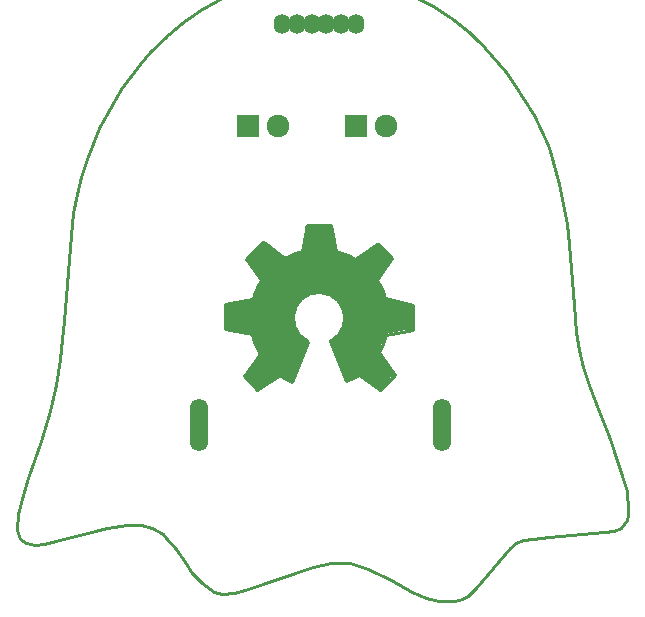
<source format=gbr>
G04 #@! TF.FileFunction,Soldermask,Top*
%FSLAX46Y46*%
G04 Gerber Fmt 4.6, Leading zero omitted, Abs format (unit mm)*
G04 Created by KiCad (PCBNEW 201610121319+7306~55~ubuntu14.04.1-) date Wed Oct 19 15:16:00 2016*
%MOMM*%
%LPD*%
G01*
G04 APERTURE LIST*
%ADD10C,0.100000*%
%ADD11C,0.254000*%
%ADD12C,0.500000*%
%ADD13C,2.000000*%
%ADD14O,1.510000X4.460000*%
%ADD15C,1.924000*%
%ADD16O,1.400000X1.700000*%
%ADD17R,1.924000X1.924000*%
G04 APERTURE END LIST*
D10*
D11*
X121843800Y-57607200D02*
X120142000Y-55626000D01*
X122580400Y-58623200D02*
X121843800Y-57607200D01*
X124231400Y-61315600D02*
X122580400Y-58623200D01*
X125399800Y-63855600D02*
X124231400Y-61315600D01*
X125577600Y-64363600D02*
X125399800Y-63855600D01*
X126390400Y-67106800D02*
X125577600Y-64363600D01*
X127025400Y-70535800D02*
X126390400Y-67106800D01*
X127228600Y-72237600D02*
X127025400Y-70535800D01*
X127635000Y-77343000D02*
X127228600Y-72237600D01*
X127838200Y-79629000D02*
X127635000Y-77343000D01*
X128066800Y-81178400D02*
X127838200Y-79629000D01*
X128397000Y-82626200D02*
X128066800Y-81178400D01*
X128879600Y-84150200D02*
X128397000Y-82626200D01*
X129387600Y-85471000D02*
X128879600Y-84150200D01*
X130683000Y-88747600D02*
X129387600Y-85471000D01*
X132105400Y-93116400D02*
X130683000Y-88747600D01*
X132156200Y-93395800D02*
X132105400Y-93116400D01*
X132207000Y-94437200D02*
X132156200Y-93395800D01*
X132207000Y-95123000D02*
X132207000Y-94437200D01*
X132105400Y-95580200D02*
X132207000Y-95123000D01*
X131622800Y-96240600D02*
X132105400Y-95580200D01*
X131038600Y-96469200D02*
X131622800Y-96240600D01*
X130200400Y-96621600D02*
X131038600Y-96469200D01*
X125552200Y-97028000D02*
X130200400Y-96621600D01*
X124180600Y-97155000D02*
X125552200Y-97028000D01*
X123317000Y-97307400D02*
X124180600Y-97155000D01*
X122732800Y-97561400D02*
X123317000Y-97307400D01*
X122250200Y-97917000D02*
X122732800Y-97561400D01*
X119329200Y-101371400D02*
X122250200Y-97917000D01*
X118643400Y-101981000D02*
X119329200Y-101371400D01*
X118135400Y-102260400D02*
X118643400Y-101981000D01*
X117551200Y-102412800D02*
X118135400Y-102260400D01*
X117221000Y-102412800D02*
X117551200Y-102412800D01*
X116179600Y-102412800D02*
X117221000Y-102412800D01*
X115112800Y-102184200D02*
X116179600Y-102412800D01*
X113944400Y-101701600D02*
X115112800Y-102184200D01*
X112141000Y-100685600D02*
X113944400Y-101701600D01*
X110185200Y-99720400D02*
X112141000Y-100685600D01*
X108686600Y-99237800D02*
X110185200Y-99720400D01*
X107086400Y-99212400D02*
X108686600Y-99237800D01*
X105511600Y-99517200D02*
X107086400Y-99212400D01*
X99796600Y-101523800D02*
X105511600Y-99517200D01*
X98831400Y-101752400D02*
X99796600Y-101523800D01*
X97866200Y-101828600D02*
X98831400Y-101752400D01*
X97129600Y-101650800D02*
X97866200Y-101828600D01*
X96164400Y-100939600D02*
X97129600Y-101650800D01*
X95300800Y-100025200D02*
X96164400Y-100939600D01*
X94691200Y-99110800D02*
X95300800Y-100025200D01*
X93903800Y-98018600D02*
X94691200Y-99110800D01*
X93091000Y-97078800D02*
X93903800Y-98018600D01*
X92811600Y-96799400D02*
X93091000Y-97078800D01*
X91922600Y-96215200D02*
X92811600Y-96799400D01*
X90957400Y-95986600D02*
X91922600Y-96215200D01*
X89763600Y-95986600D02*
X90957400Y-95986600D01*
X88087200Y-96291400D02*
X89763600Y-95986600D01*
X82753200Y-97586800D02*
X88087200Y-96291400D01*
X82042000Y-97688400D02*
X82753200Y-97586800D01*
X81229200Y-97561400D02*
X82042000Y-97688400D01*
X80721200Y-97205800D02*
X81229200Y-97561400D01*
X80467200Y-96393000D02*
X80721200Y-97205800D01*
X80568800Y-95097600D02*
X80467200Y-96393000D01*
X80949800Y-93421200D02*
X80568800Y-95097600D01*
X81407000Y-92049600D02*
X80949800Y-93421200D01*
X82473800Y-88849200D02*
X81407000Y-92049600D01*
X83235800Y-86334600D02*
X82473800Y-88849200D01*
X83769200Y-84150200D02*
X83235800Y-86334600D01*
X84150200Y-81965800D02*
X83769200Y-84150200D01*
X84328000Y-80289400D02*
X84150200Y-81965800D01*
X84480400Y-78740000D02*
X84328000Y-80289400D01*
X85013800Y-71424800D02*
X84480400Y-78740000D01*
X85242400Y-69570600D02*
X85013800Y-71424800D01*
X85521800Y-67945000D02*
X85242400Y-69570600D01*
X85877400Y-66522600D02*
X85521800Y-67945000D01*
X86385400Y-64973200D02*
X85877400Y-66522600D01*
X87426800Y-62382400D02*
X86385400Y-64973200D01*
X89281000Y-59080400D02*
X87426800Y-62382400D01*
X90932000Y-56972200D02*
X89281000Y-59080400D01*
X91770200Y-55930800D02*
X90932000Y-56972200D01*
X93218000Y-54584600D02*
X91770200Y-55930800D01*
X120142000Y-55626000D02*
G75*
G03X93218000Y-54610000I-13970000J-12954000D01*
G01*
D12*
X111556800Y-79578200D02*
X110566200Y-81965800D01*
X109829600Y-80289400D02*
X112242600Y-83235800D01*
X108077000Y-81889600D02*
X111252000Y-84328000D01*
X108458000Y-83540600D02*
X109474000Y-82804000D01*
X108534200Y-77800200D02*
X108127800Y-80441800D01*
X113741200Y-79222600D02*
X108940600Y-79349600D01*
X113715800Y-79171800D02*
X110769400Y-79756000D01*
X113766600Y-77444600D02*
X113792000Y-79324200D01*
X110413800Y-76631800D02*
X113766600Y-77546200D01*
X110159800Y-76911200D02*
X113842800Y-77622400D01*
X110693200Y-75234800D02*
X111785400Y-77698600D01*
X108839000Y-77673200D02*
X111988600Y-73431400D01*
X110947200Y-72567800D02*
X111963200Y-73558400D01*
X108102400Y-74777600D02*
X111023400Y-72466200D01*
X107035600Y-72771000D02*
X109601000Y-74066400D01*
X107442000Y-74625200D02*
X106857800Y-70764400D01*
X106934000Y-70789800D02*
X105130600Y-70789800D01*
X104648000Y-75590400D02*
X105232200Y-70739000D01*
X103022400Y-73634600D02*
X104698800Y-72948800D01*
X104089200Y-74345800D02*
X101371400Y-72237600D01*
X104216200Y-75006200D02*
X101320600Y-72364600D01*
X102514400Y-76758800D02*
X100152200Y-73406000D01*
X100457000Y-77241400D02*
X101523800Y-74828400D01*
X102870000Y-76936600D02*
X98272600Y-77495400D01*
X98272600Y-79222600D02*
X98298000Y-77444600D01*
X102311200Y-79527400D02*
X98348800Y-78917800D01*
X102082600Y-80010000D02*
X98323400Y-79197200D01*
X103835200Y-79400400D02*
X103581200Y-78435200D01*
X101320600Y-81407000D02*
X100660200Y-79781400D01*
X104317800Y-80213200D02*
X102920800Y-83235800D01*
X104571800Y-80365600D02*
X103276400Y-83337400D01*
X104902000Y-80467200D02*
X103606600Y-83591400D01*
X103733600Y-79502000D02*
X104267000Y-80314800D01*
X100076000Y-83337400D02*
X102057200Y-80340200D01*
X103149400Y-82702400D02*
X100863400Y-84302600D01*
X99923600Y-83286600D02*
X100863400Y-84328000D01*
D13*
X109093000Y-79502000D02*
X110617000Y-80010000D01*
X108077000Y-80772000D02*
X108839000Y-82550000D01*
X108839000Y-77216000D02*
X110363000Y-76454000D01*
X107061000Y-75438000D02*
X107823000Y-73914000D01*
X104775000Y-75692000D02*
X104267000Y-73914000D01*
X103251000Y-77216000D02*
X101727000Y-76454000D01*
X101473000Y-80264000D02*
X102997000Y-79502000D01*
X103505000Y-80518000D02*
X100965000Y-83312000D01*
X102997000Y-78232000D02*
X99187000Y-78232000D01*
X106045000Y-71628000D02*
X106045000Y-75438000D01*
X103759000Y-76200000D02*
X101219000Y-73406000D01*
X110871000Y-73406000D02*
X108077000Y-76200000D01*
X112903000Y-78232000D02*
X109093000Y-78232000D01*
X111125000Y-83312000D02*
X108585000Y-80264000D01*
D11*
X109423200Y-83261200D02*
X108915200Y-83566000D01*
X108915200Y-83566000D02*
X108356400Y-83845400D01*
X112445800Y-83261200D02*
X111252000Y-84556600D01*
X111709200Y-79883000D02*
X111556800Y-80441800D01*
X111556800Y-80441800D02*
X111379000Y-80873600D01*
X111379000Y-80873600D02*
X111125000Y-81381600D01*
X109423200Y-83261200D02*
X111226600Y-84556600D01*
X111125000Y-81381600D02*
X112445800Y-83261200D01*
X113969800Y-77343000D02*
X113969800Y-79451200D01*
X110921800Y-75285600D02*
X111175800Y-75692000D01*
X111175800Y-75692000D02*
X111429800Y-76225400D01*
X111429800Y-76225400D02*
X111633000Y-76784200D01*
X111734600Y-79883000D02*
X113969800Y-79451200D01*
X111633000Y-76784200D02*
X113969800Y-77343000D01*
X107518200Y-72821800D02*
X107975400Y-72974200D01*
X107975400Y-72974200D02*
X108483400Y-73177400D01*
X108483400Y-73177400D02*
X109093000Y-73507600D01*
X112268000Y-73431400D02*
X111048800Y-72212200D01*
X112268000Y-73431400D02*
X110921800Y-75285600D01*
X109118400Y-73507600D02*
X110998000Y-72237600D01*
X103124000Y-73431400D02*
X103505000Y-73228200D01*
X103505000Y-73228200D02*
X104038400Y-72999600D01*
X104038400Y-72999600D02*
X104597200Y-72821800D01*
X107086400Y-70561200D02*
X105003600Y-70561200D01*
X107086400Y-70561200D02*
X107518200Y-72821800D01*
X105003600Y-70561200D02*
X104597200Y-72821800D01*
X101142800Y-75285600D02*
X100914200Y-75692000D01*
X100914200Y-75692000D02*
X100584000Y-76403200D01*
X100431600Y-76885800D02*
X100584000Y-76403200D01*
X99847400Y-73456800D02*
X101346000Y-72034400D01*
X101346000Y-72034400D02*
X103124000Y-73406000D01*
X99847400Y-73456800D02*
X101142800Y-75260200D01*
X101041200Y-81508600D02*
X100761800Y-80975200D01*
X100761800Y-80975200D02*
X100558600Y-80492600D01*
X100558600Y-80492600D02*
X100355400Y-79806800D01*
X98094800Y-79375000D02*
X98094800Y-77317600D01*
X100406200Y-76885800D02*
X98094800Y-77317600D01*
X100355400Y-79806800D02*
X98094800Y-79375000D01*
X101041200Y-81508600D02*
X99695000Y-83362800D01*
X99695000Y-83362800D02*
X100812600Y-84556600D01*
X103124000Y-83540600D02*
X102819200Y-83362800D01*
X102819200Y-83362800D02*
X102717600Y-83286600D01*
X102717600Y-83286600D02*
X100812600Y-84556600D01*
X103759000Y-83870800D02*
X103403400Y-83693000D01*
X103403400Y-83693000D02*
X103124000Y-83540600D01*
X107010200Y-80441800D02*
X108356400Y-83845400D01*
X105105200Y-80467200D02*
X103759000Y-83870800D01*
X108229400Y-78562200D02*
G75*
G03X106121200Y-76301600I-2184400J76200D01*
G01*
X106959400Y-76504800D02*
G75*
G03X104063800Y-77571600I-914400J-1981200D01*
G01*
X107010200Y-80441800D02*
G75*
G03X108000800Y-77520800I-965200J1955800D01*
G01*
X104089200Y-77546200D02*
G75*
G03X105105200Y-80441800I1955800J-939800D01*
G01*
D14*
X116459000Y-87503000D03*
X95885000Y-87503000D03*
D15*
X106045000Y-71882000D03*
D16*
X102920000Y-53594000D03*
X104170000Y-53594000D03*
X105420000Y-53594000D03*
X106670000Y-53594000D03*
X107920000Y-53594000D03*
X109170000Y-53594000D03*
D17*
X100076000Y-62230000D03*
D15*
X102616000Y-62230000D03*
X111760000Y-62230000D03*
D17*
X109220000Y-62230000D03*
M02*

</source>
